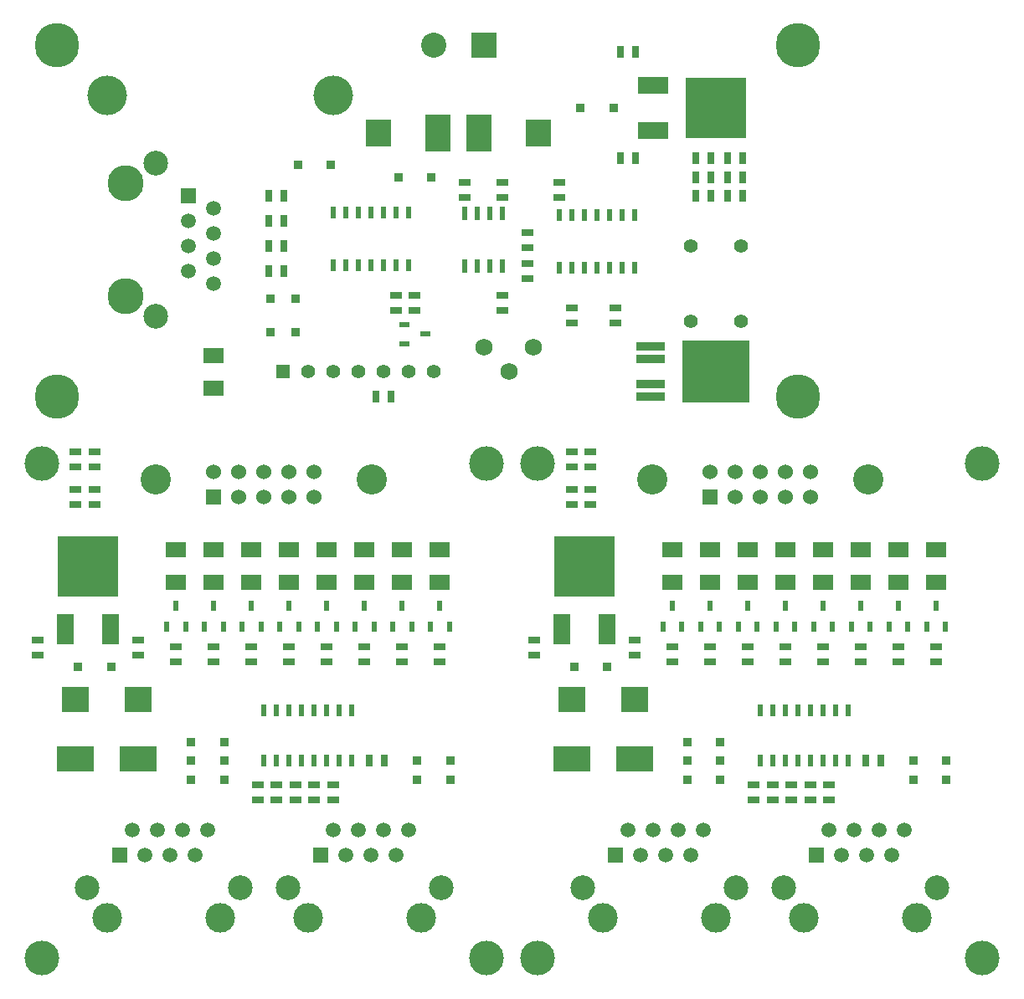
<source format=gts>
G04 (created by PCBNEW (2013-may-18)-stable) date Tue 21 Oct 2014 09:53:05 PM CEST*
%MOIN*%
G04 Gerber Fmt 3.4, Leading zero omitted, Abs format*
%FSLAX34Y34*%
G01*
G70*
G90*
G04 APERTURE LIST*
%ADD10C,0.00590551*%
%ADD11R,0.045X0.025*%
%ADD12R,0.0335X0.0335*%
%ADD13R,0.1063X0.1004*%
%ADD14R,0.1496X0.1004*%
%ADD15R,0.065X0.12*%
%ADD16R,0.24X0.24*%
%ADD17R,0.025X0.045*%
%ADD18R,0.08X0.06*%
%ADD19R,0.02X0.045*%
%ADD20R,0.0236X0.0394*%
%ADD21C,0.12*%
%ADD22R,0.06X0.06*%
%ADD23C,0.06*%
%ADD24C,0.137795*%
%ADD25C,0.11811*%
%ADD26R,0.0591X0.0591*%
%ADD27C,0.0591*%
%ADD28C,0.0984252*%
%ADD29C,0.0689*%
%ADD30C,0.055*%
%ADD31R,0.0394X0.0236*%
%ADD32R,0.0236X0.0551*%
%ADD33C,0.1437*%
%ADD34R,0.12X0.065*%
%ADD35R,0.1004X0.1063*%
%ADD36R,0.1004X0.1496*%
%ADD37R,0.1X0.1*%
%ADD38C,0.1*%
%ADD39R,0.055X0.055*%
%ADD40C,0.177165*%
%ADD41R,0.2677X0.2461*%
%ADD42R,0.1181X0.0319*%
%ADD43C,0.1575*%
G04 APERTURE END LIST*
G54D10*
G54D11*
X91000Y-60950D03*
X91000Y-61550D03*
X93250Y-61550D03*
X93250Y-60950D03*
X91750Y-61550D03*
X91750Y-60950D03*
X92500Y-61550D03*
X92500Y-60950D03*
X94000Y-61550D03*
X94000Y-60950D03*
G54D12*
X89659Y-60000D03*
X88341Y-60000D03*
X97341Y-60000D03*
X98659Y-60000D03*
X89659Y-59250D03*
X88341Y-59250D03*
X89659Y-60750D03*
X88341Y-60750D03*
X97341Y-60750D03*
X98659Y-60750D03*
G54D11*
X86250Y-55200D03*
X86250Y-55800D03*
G54D13*
X83750Y-57569D03*
G54D14*
X83750Y-59931D03*
G54D15*
X83350Y-54750D03*
G54D16*
X84250Y-52250D03*
G54D15*
X85150Y-54750D03*
G54D11*
X89250Y-55450D03*
X89250Y-56050D03*
X87750Y-55450D03*
X87750Y-56050D03*
X90750Y-55450D03*
X90750Y-56050D03*
G54D17*
X95450Y-60000D03*
X96050Y-60000D03*
G54D11*
X83750Y-48300D03*
X83750Y-47700D03*
X92250Y-55450D03*
X92250Y-56050D03*
X83750Y-49800D03*
X83750Y-49200D03*
X84500Y-48300D03*
X84500Y-47700D03*
X93750Y-55450D03*
X93750Y-56050D03*
X95250Y-55450D03*
X95250Y-56050D03*
X96750Y-55450D03*
X96750Y-56050D03*
X82250Y-55200D03*
X82250Y-55800D03*
X98250Y-55450D03*
X98250Y-56050D03*
X84500Y-49800D03*
X84500Y-49200D03*
G54D18*
X87750Y-52900D03*
X87750Y-51600D03*
X98250Y-52900D03*
X98250Y-51600D03*
X96750Y-52900D03*
X96750Y-51600D03*
X95250Y-52900D03*
X95250Y-51600D03*
X89250Y-52900D03*
X89250Y-51600D03*
X92250Y-52900D03*
X92250Y-51600D03*
X90750Y-52900D03*
X90750Y-51600D03*
X93750Y-52900D03*
X93750Y-51600D03*
G54D19*
X94750Y-58000D03*
X94250Y-58000D03*
X93750Y-58000D03*
X93250Y-58000D03*
X92750Y-58000D03*
X92250Y-58000D03*
X91750Y-58000D03*
X91250Y-58000D03*
X91250Y-60000D03*
X91750Y-60000D03*
X92250Y-60000D03*
X92750Y-60000D03*
X93250Y-60000D03*
X93750Y-60000D03*
X94250Y-60000D03*
X94750Y-60000D03*
G54D12*
X83841Y-56250D03*
X85159Y-56250D03*
G54D20*
X91875Y-54666D03*
X92250Y-53834D03*
X92625Y-54666D03*
X93375Y-54666D03*
X93750Y-53834D03*
X94125Y-54666D03*
X94875Y-54666D03*
X95250Y-53834D03*
X95625Y-54666D03*
X87375Y-54666D03*
X87750Y-53834D03*
X88125Y-54666D03*
X96375Y-54666D03*
X96750Y-53834D03*
X97125Y-54666D03*
X90375Y-54666D03*
X90750Y-53834D03*
X91125Y-54666D03*
X97875Y-54666D03*
X98250Y-53834D03*
X98625Y-54666D03*
X88875Y-54666D03*
X89250Y-53834D03*
X89625Y-54666D03*
G54D13*
X86250Y-57569D03*
G54D14*
X86250Y-59931D03*
G54D21*
X95550Y-48800D03*
X86950Y-48800D03*
G54D22*
X89250Y-49500D03*
G54D23*
X89250Y-48500D03*
X90250Y-49500D03*
X90250Y-48500D03*
X91250Y-49500D03*
X91250Y-48500D03*
X92250Y-49500D03*
X92250Y-48500D03*
X93250Y-49500D03*
X93250Y-48500D03*
G54D24*
X100100Y-48150D03*
X100100Y-67850D03*
X82400Y-67850D03*
X82400Y-48150D03*
G54D25*
X89500Y-66250D03*
X85000Y-66250D03*
G54D26*
X85500Y-63750D03*
G54D27*
X86000Y-62750D03*
X86500Y-63750D03*
X87000Y-62750D03*
X87500Y-63750D03*
X88000Y-62750D03*
X88500Y-63750D03*
X89000Y-62750D03*
G54D28*
X84200Y-65049D03*
X90300Y-65049D03*
G54D25*
X97500Y-66250D03*
X93000Y-66250D03*
G54D26*
X93500Y-63750D03*
G54D27*
X94000Y-62750D03*
X94500Y-63750D03*
X95000Y-62750D03*
X95500Y-63750D03*
X96000Y-62750D03*
X96500Y-63750D03*
X97000Y-62750D03*
G54D28*
X92200Y-65049D03*
X98300Y-65049D03*
G54D25*
X77750Y-66250D03*
X73250Y-66250D03*
G54D26*
X73750Y-63750D03*
G54D27*
X74250Y-62750D03*
X74750Y-63750D03*
X75250Y-62750D03*
X75750Y-63750D03*
X76250Y-62750D03*
X76750Y-63750D03*
X77250Y-62750D03*
G54D28*
X72450Y-65049D03*
X78550Y-65049D03*
G54D25*
X69750Y-66250D03*
X65250Y-66250D03*
G54D26*
X65750Y-63750D03*
G54D27*
X66250Y-62750D03*
X66750Y-63750D03*
X67250Y-62750D03*
X67750Y-63750D03*
X68250Y-62750D03*
X68750Y-63750D03*
X69250Y-62750D03*
G54D28*
X64450Y-65049D03*
X70550Y-65049D03*
G54D24*
X62650Y-48150D03*
X62650Y-67850D03*
X80350Y-67850D03*
X80350Y-48150D03*
G54D21*
X75800Y-48800D03*
X67200Y-48800D03*
G54D22*
X69500Y-49500D03*
G54D23*
X69500Y-48500D03*
X70500Y-49500D03*
X70500Y-48500D03*
X71500Y-49500D03*
X71500Y-48500D03*
X72500Y-49500D03*
X72500Y-48500D03*
X73500Y-49500D03*
X73500Y-48500D03*
G54D13*
X66500Y-57569D03*
G54D14*
X66500Y-59931D03*
G54D20*
X69125Y-54666D03*
X69500Y-53834D03*
X69875Y-54666D03*
X78125Y-54666D03*
X78500Y-53834D03*
X78875Y-54666D03*
X70625Y-54666D03*
X71000Y-53834D03*
X71375Y-54666D03*
X76625Y-54666D03*
X77000Y-53834D03*
X77375Y-54666D03*
X67625Y-54666D03*
X68000Y-53834D03*
X68375Y-54666D03*
X75125Y-54666D03*
X75500Y-53834D03*
X75875Y-54666D03*
X73625Y-54666D03*
X74000Y-53834D03*
X74375Y-54666D03*
X72125Y-54666D03*
X72500Y-53834D03*
X72875Y-54666D03*
G54D12*
X64091Y-56250D03*
X65409Y-56250D03*
G54D19*
X75000Y-58000D03*
X74500Y-58000D03*
X74000Y-58000D03*
X73500Y-58000D03*
X73000Y-58000D03*
X72500Y-58000D03*
X72000Y-58000D03*
X71500Y-58000D03*
X71500Y-60000D03*
X72000Y-60000D03*
X72500Y-60000D03*
X73000Y-60000D03*
X73500Y-60000D03*
X74000Y-60000D03*
X74500Y-60000D03*
X75000Y-60000D03*
G54D18*
X74000Y-52900D03*
X74000Y-51600D03*
X71000Y-52900D03*
X71000Y-51600D03*
X72500Y-52900D03*
X72500Y-51600D03*
X69500Y-52900D03*
X69500Y-51600D03*
X75500Y-52900D03*
X75500Y-51600D03*
X77000Y-52900D03*
X77000Y-51600D03*
X78500Y-52900D03*
X78500Y-51600D03*
X68000Y-52900D03*
X68000Y-51600D03*
G54D11*
X64750Y-49800D03*
X64750Y-49200D03*
X78500Y-55450D03*
X78500Y-56050D03*
X62500Y-55200D03*
X62500Y-55800D03*
X77000Y-55450D03*
X77000Y-56050D03*
X75500Y-55450D03*
X75500Y-56050D03*
X74000Y-55450D03*
X74000Y-56050D03*
X64750Y-48300D03*
X64750Y-47700D03*
X64000Y-49800D03*
X64000Y-49200D03*
X72500Y-55450D03*
X72500Y-56050D03*
X64000Y-48300D03*
X64000Y-47700D03*
G54D17*
X75700Y-60000D03*
X76300Y-60000D03*
G54D11*
X71000Y-55450D03*
X71000Y-56050D03*
X68000Y-55450D03*
X68000Y-56050D03*
X69500Y-55450D03*
X69500Y-56050D03*
G54D15*
X63600Y-54750D03*
G54D16*
X64500Y-52250D03*
G54D15*
X65400Y-54750D03*
G54D13*
X64000Y-57569D03*
G54D14*
X64000Y-59931D03*
G54D11*
X66500Y-55200D03*
X66500Y-55800D03*
G54D12*
X77591Y-60750D03*
X78909Y-60750D03*
X69909Y-60750D03*
X68591Y-60750D03*
X69909Y-59250D03*
X68591Y-59250D03*
X77591Y-60000D03*
X78909Y-60000D03*
X69909Y-60000D03*
X68591Y-60000D03*
G54D11*
X74250Y-61550D03*
X74250Y-60950D03*
X72750Y-61550D03*
X72750Y-60950D03*
X72000Y-61550D03*
X72000Y-60950D03*
X73500Y-61550D03*
X73500Y-60950D03*
X71250Y-60950D03*
X71250Y-61550D03*
G54D29*
X82234Y-43508D03*
X81250Y-44492D03*
X80266Y-43508D03*
G54D30*
X88500Y-39500D03*
X90500Y-39500D03*
X88500Y-42500D03*
X90500Y-42500D03*
G54D31*
X77084Y-42625D03*
X77916Y-43000D03*
X77084Y-43375D03*
G54D12*
X85409Y-34000D03*
X84091Y-34000D03*
G54D32*
X81000Y-40300D03*
X81000Y-38200D03*
X80500Y-40300D03*
X80000Y-40300D03*
X79500Y-40300D03*
X80500Y-38200D03*
X80000Y-38200D03*
X79500Y-38200D03*
G54D18*
X69500Y-43850D03*
X69500Y-45150D03*
G54D17*
X89950Y-37500D03*
X90550Y-37500D03*
G54D11*
X83750Y-41950D03*
X83750Y-42550D03*
X81000Y-41450D03*
X81000Y-42050D03*
X85500Y-41950D03*
X85500Y-42550D03*
G54D17*
X88700Y-37500D03*
X89300Y-37500D03*
G54D11*
X81000Y-36950D03*
X81000Y-37550D03*
X77500Y-41450D03*
X77500Y-42050D03*
X82000Y-38950D03*
X82000Y-39550D03*
X82000Y-40200D03*
X82000Y-40800D03*
X83250Y-37550D03*
X83250Y-36950D03*
G54D17*
X75950Y-45500D03*
X76550Y-45500D03*
G54D11*
X76750Y-41450D03*
X76750Y-42050D03*
G54D17*
X86300Y-31750D03*
X85700Y-31750D03*
G54D11*
X79500Y-36950D03*
X79500Y-37550D03*
G54D17*
X89950Y-36750D03*
X90550Y-36750D03*
X88700Y-36750D03*
X89300Y-36750D03*
X89950Y-36000D03*
X90550Y-36000D03*
X88700Y-36000D03*
X89300Y-36000D03*
X86300Y-36000D03*
X85700Y-36000D03*
G54D33*
X66000Y-41500D03*
X66000Y-37000D03*
G54D26*
X68500Y-37500D03*
G54D27*
X69500Y-38000D03*
X68500Y-38500D03*
X69500Y-39000D03*
X68500Y-39500D03*
X69500Y-40000D03*
X68500Y-40500D03*
X69500Y-41000D03*
G54D28*
X67200Y-36200D03*
X67200Y-42300D03*
G54D34*
X87000Y-33100D03*
G54D16*
X89500Y-34000D03*
G54D34*
X87000Y-34900D03*
G54D35*
X82431Y-35000D03*
G54D36*
X80069Y-35000D03*
G54D35*
X76069Y-35000D03*
G54D36*
X78431Y-35000D03*
G54D37*
X80250Y-31500D03*
G54D38*
X78250Y-31500D03*
G54D19*
X77250Y-38150D03*
X76750Y-38150D03*
X76250Y-38150D03*
X75750Y-38150D03*
X75250Y-38150D03*
X74750Y-38150D03*
X74250Y-38150D03*
X74250Y-40250D03*
X74750Y-40250D03*
X75250Y-40250D03*
X75750Y-40250D03*
X76250Y-40250D03*
X76750Y-40250D03*
X77250Y-40250D03*
G54D39*
X72250Y-44500D03*
G54D30*
X73250Y-44500D03*
X74250Y-44500D03*
X75250Y-44500D03*
X76250Y-44500D03*
X77250Y-44500D03*
X78250Y-44500D03*
G54D40*
X63250Y-31500D03*
X92750Y-31500D03*
X92750Y-45500D03*
X63250Y-45500D03*
G54D12*
X76841Y-36750D03*
X78159Y-36750D03*
X74159Y-36250D03*
X72841Y-36250D03*
X71750Y-41591D03*
X71750Y-42909D03*
X72750Y-41591D03*
X72750Y-42909D03*
G54D17*
X72300Y-37500D03*
X71700Y-37500D03*
X72300Y-38500D03*
X71700Y-38500D03*
X72300Y-39500D03*
X71700Y-39500D03*
X72300Y-40500D03*
X71700Y-40500D03*
G54D19*
X83250Y-40350D03*
X83750Y-40350D03*
X84250Y-40350D03*
X84750Y-40350D03*
X85250Y-40350D03*
X85750Y-40350D03*
X86250Y-40350D03*
X86250Y-38250D03*
X85750Y-38250D03*
X85250Y-38250D03*
X84750Y-38250D03*
X84250Y-38250D03*
X83750Y-38250D03*
X83250Y-38250D03*
G54D41*
X89500Y-44500D03*
G54D42*
X86902Y-43500D03*
X86902Y-44000D03*
X86902Y-45000D03*
X86902Y-45500D03*
G54D43*
X65250Y-33500D03*
X74250Y-33500D03*
M02*

</source>
